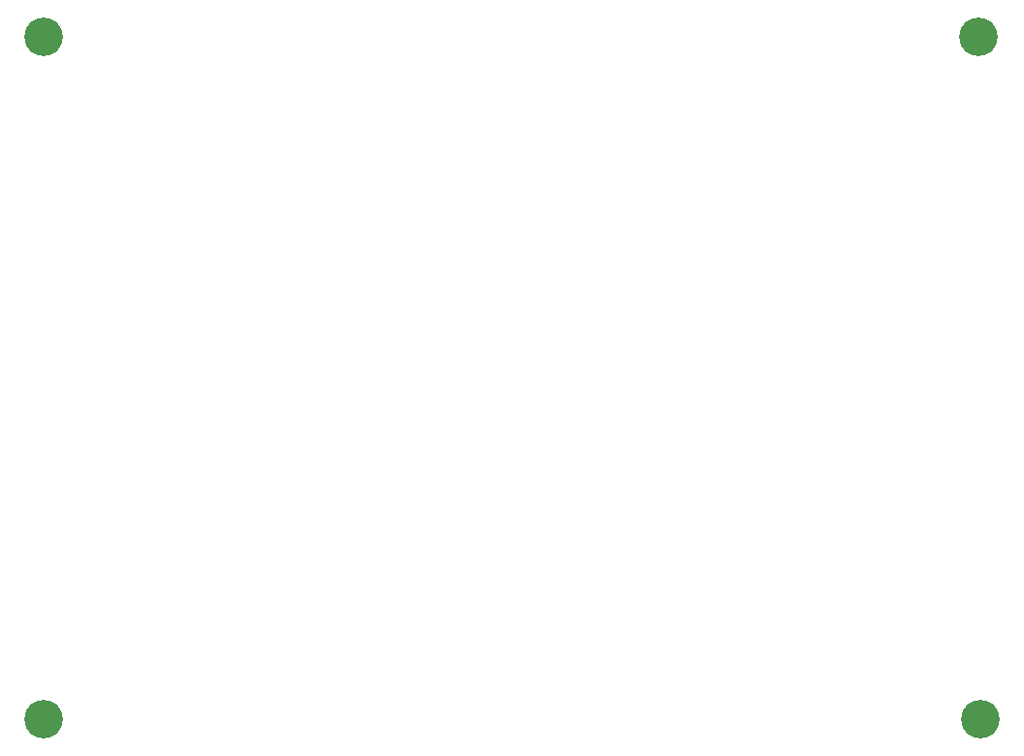
<source format=gbs>
G04 MADE WITH FRITZING*
G04 WWW.FRITZING.ORG*
G04 DOUBLE SIDED*
G04 HOLES PLATED*
G04 CONTOUR ON CENTER OF CONTOUR VECTOR*
%FSLAX26Y26*%
%MOIN*%
%ADD10C,0.132047*%
G04 MASK0*
%FSLAX26Y26*%
%MOIN*%
D10*
X3327410Y99170D03*
X3319100Y2445044D03*
X107442Y2445044D03*
X106553Y99170D03*
G04 End of Mask0*
M02*
</source>
